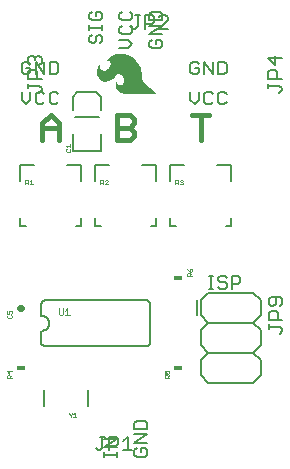
<source format=gbr>
G04 EAGLE Gerber RS-274X export*
G75*
%MOMM*%
%FSLAX34Y34*%
%LPD*%
%INSilkscreen Top*%
%IPPOS*%
%AMOC8*
5,1,8,0,0,1.08239X$1,22.5*%
G01*
%ADD10C,0.381000*%
%ADD11C,0.203200*%
%ADD12R,0.762000X0.457200*%
%ADD13C,0.025400*%
%ADD14C,0.127000*%
%ADD15C,0.050800*%
%ADD16C,0.558800*%

G36*
X140812Y333697D02*
X140812Y333697D01*
X140814Y333697D01*
X140814Y333698D01*
X140815Y333699D01*
X140813Y333702D01*
X140812Y333704D01*
X140613Y333804D01*
X140214Y334204D01*
X140213Y334204D01*
X139513Y334804D01*
X138613Y335504D01*
X137613Y336404D01*
X136413Y337404D01*
X135213Y338504D01*
X133913Y339704D01*
X132513Y341004D01*
X131213Y342104D01*
X130114Y343203D01*
X129214Y344203D01*
X128514Y345203D01*
X128015Y346302D01*
X127715Y347401D01*
X127715Y351300D01*
X127715Y351301D01*
X127415Y353701D01*
X126815Y355901D01*
X126814Y355902D01*
X126815Y355902D01*
X125915Y357902D01*
X125914Y357902D01*
X125914Y357903D01*
X124714Y359803D01*
X123414Y361503D01*
X123413Y361503D01*
X123413Y361504D01*
X121813Y363004D01*
X120013Y364404D01*
X120012Y364404D01*
X116312Y366304D01*
X116311Y366305D01*
X112711Y367305D01*
X112711Y367304D01*
X112710Y367305D01*
X112647Y367309D01*
X112646Y367309D01*
X112560Y367314D01*
X112559Y367314D01*
X112473Y367319D01*
X112472Y367319D01*
X112386Y367324D01*
X112385Y367324D01*
X112299Y367328D01*
X112299Y367329D01*
X112212Y367333D01*
X112125Y367338D01*
X112038Y367343D01*
X111951Y367348D01*
X111864Y367353D01*
X111777Y367358D01*
X111690Y367363D01*
X111603Y367368D01*
X111516Y367373D01*
X111429Y367378D01*
X111342Y367383D01*
X111255Y367388D01*
X111168Y367393D01*
X111081Y367398D01*
X110994Y367403D01*
X110908Y367408D01*
X110907Y367408D01*
X110821Y367413D01*
X110820Y367413D01*
X110734Y367418D01*
X110733Y367418D01*
X110647Y367423D01*
X110646Y367423D01*
X110560Y367428D01*
X110559Y367428D01*
X110473Y367433D01*
X110472Y367433D01*
X110386Y367438D01*
X110299Y367443D01*
X110212Y367448D01*
X110125Y367453D01*
X110038Y367458D01*
X109951Y367463D01*
X109864Y367468D01*
X109777Y367473D01*
X109690Y367478D01*
X109603Y367483D01*
X109516Y367487D01*
X109516Y367488D01*
X109429Y367492D01*
X109342Y367497D01*
X109255Y367502D01*
X109210Y367505D01*
X109209Y367505D01*
X105909Y367005D01*
X105909Y367004D01*
X105908Y367005D01*
X103108Y366005D01*
X103108Y366004D01*
X100708Y364704D01*
X100707Y364703D01*
X100706Y364704D01*
X99006Y363004D01*
X99006Y363003D01*
X98006Y361403D01*
X98006Y361402D01*
X98006Y361401D01*
X98005Y361401D01*
X98006Y361399D01*
X98007Y361396D01*
X98009Y361396D01*
X98010Y361395D01*
X98610Y361395D01*
X98611Y361395D01*
X99110Y361495D01*
X99709Y361395D01*
X100308Y361295D01*
X100807Y360996D01*
X101306Y360497D01*
X101605Y359799D01*
X101605Y359101D01*
X101405Y358401D01*
X101205Y357702D01*
X100806Y356903D01*
X100306Y356203D01*
X99806Y355503D01*
X99206Y354804D01*
X98707Y354304D01*
X97907Y353804D01*
X97308Y353405D01*
X96609Y353205D01*
X96010Y353105D01*
X95411Y353205D01*
X94912Y353405D01*
X94313Y353704D01*
X93813Y354104D01*
X93114Y354903D01*
X92715Y355702D01*
X92515Y356501D01*
X92415Y357400D01*
X92415Y358699D01*
X92515Y359099D01*
X92515Y359100D01*
X92515Y359200D01*
X92514Y359202D01*
X92513Y359204D01*
X92512Y359204D01*
X92511Y359205D01*
X92510Y359204D01*
X92510Y359205D01*
X92508Y359203D01*
X92506Y359203D01*
X92306Y358903D01*
X91806Y358203D01*
X91106Y357003D01*
X91106Y357002D01*
X91105Y357002D01*
X90505Y355502D01*
X90506Y355502D01*
X90505Y355501D01*
X90005Y353701D01*
X90006Y353701D01*
X90005Y353700D01*
X89905Y351700D01*
X89906Y351700D01*
X89905Y351699D01*
X90405Y349499D01*
X90406Y349498D01*
X91606Y347198D01*
X91606Y347197D01*
X93006Y345497D01*
X93007Y345497D01*
X93007Y345496D01*
X94607Y344396D01*
X94608Y344396D01*
X94608Y344395D01*
X96308Y343795D01*
X96309Y343796D01*
X96310Y343795D01*
X98010Y343795D01*
X98011Y343796D01*
X98011Y343795D01*
X99711Y344295D01*
X99712Y344296D01*
X101512Y345196D01*
X101513Y345196D01*
X103213Y346496D01*
X103213Y346497D01*
X103214Y346496D01*
X104914Y348196D01*
X106413Y349496D01*
X107911Y350195D01*
X109309Y350195D01*
X110607Y349796D01*
X111606Y348897D01*
X112405Y347698D01*
X112805Y346299D01*
X112805Y344701D01*
X112505Y343601D01*
X112206Y342703D01*
X111606Y342004D01*
X111007Y341404D01*
X110408Y341105D01*
X109709Y340905D01*
X109011Y340905D01*
X108412Y341104D01*
X108013Y341404D01*
X107614Y341803D01*
X107214Y342303D01*
X106914Y342703D01*
X106715Y343202D01*
X106714Y343202D01*
X106414Y343802D01*
X106413Y343803D01*
X106414Y343804D01*
X106314Y343904D01*
X106312Y343904D01*
X106311Y343905D01*
X106309Y343904D01*
X106307Y343904D01*
X106307Y343902D01*
X106305Y343900D01*
X106305Y343801D01*
X106205Y343502D01*
X106005Y343002D01*
X106006Y343001D01*
X106005Y343001D01*
X105905Y342301D01*
X105905Y342300D01*
X105905Y340500D01*
X105905Y340499D01*
X106105Y339499D01*
X106405Y338399D01*
X106406Y338398D01*
X106405Y338398D01*
X106805Y337398D01*
X106806Y337398D01*
X106806Y337397D01*
X107406Y336497D01*
X107407Y336497D01*
X107406Y336496D01*
X108206Y335696D01*
X108207Y335696D01*
X109107Y334996D01*
X109108Y334996D01*
X110208Y334396D01*
X110209Y334395D01*
X111609Y333995D01*
X113209Y333795D01*
X113210Y333795D01*
X115110Y333695D01*
X140810Y333695D01*
X140812Y333697D01*
G37*
D10*
X43551Y294165D02*
X43551Y308571D01*
X50754Y315773D01*
X57957Y308571D01*
X57957Y294165D01*
X57957Y304969D02*
X43551Y304969D01*
X107051Y294165D02*
X107051Y315773D01*
X117855Y315773D01*
X121457Y312172D01*
X121457Y308571D01*
X117855Y304969D01*
X121457Y301368D01*
X121457Y297766D01*
X117855Y294165D01*
X107051Y294165D01*
X107051Y304969D02*
X117855Y304969D01*
X177754Y294165D02*
X177754Y315773D01*
X170551Y315773D02*
X184957Y315773D01*
D11*
X26416Y328425D02*
X26416Y335543D01*
X26416Y328425D02*
X29975Y324866D01*
X33534Y328425D01*
X33534Y335543D01*
X43449Y335543D02*
X45228Y333764D01*
X43449Y335543D02*
X39889Y335543D01*
X38110Y333764D01*
X38110Y326646D01*
X39889Y324866D01*
X43449Y324866D01*
X45228Y326646D01*
X55143Y335543D02*
X56922Y333764D01*
X55143Y335543D02*
X51583Y335543D01*
X49804Y333764D01*
X49804Y326646D01*
X51583Y324866D01*
X55143Y324866D01*
X56922Y326646D01*
X108957Y372334D02*
X116075Y372334D01*
X119634Y375893D01*
X116075Y379452D01*
X108957Y379452D01*
X108957Y389367D02*
X110736Y391146D01*
X108957Y389367D02*
X108957Y385808D01*
X110736Y384028D01*
X117855Y384028D01*
X119634Y385808D01*
X119634Y389367D01*
X117855Y391146D01*
X108957Y401061D02*
X110736Y402840D01*
X108957Y401061D02*
X108957Y397501D01*
X110736Y395722D01*
X117855Y395722D01*
X119634Y397501D01*
X119634Y401061D01*
X117855Y402840D01*
X33534Y359164D02*
X31755Y360943D01*
X28196Y360943D01*
X26416Y359164D01*
X26416Y352046D01*
X28196Y350266D01*
X31755Y350266D01*
X33534Y352046D01*
X33534Y355605D01*
X29975Y355605D01*
X38110Y360943D02*
X38110Y350266D01*
X45228Y350266D02*
X38110Y360943D01*
X45228Y360943D02*
X45228Y350266D01*
X49804Y350266D02*
X49804Y360943D01*
X49804Y350266D02*
X55143Y350266D01*
X56922Y352046D01*
X56922Y359164D01*
X55143Y360943D01*
X49804Y360943D01*
X134357Y377673D02*
X136136Y379452D01*
X134357Y377673D02*
X134357Y374114D01*
X136136Y372334D01*
X143255Y372334D01*
X145034Y374114D01*
X145034Y377673D01*
X143255Y379452D01*
X139695Y379452D01*
X139695Y375893D01*
X134357Y384028D02*
X145034Y384028D01*
X145034Y391146D02*
X134357Y384028D01*
X134357Y391146D02*
X145034Y391146D01*
X145034Y395722D02*
X134357Y395722D01*
X145034Y395722D02*
X145034Y401061D01*
X143255Y402840D01*
X136136Y402840D01*
X134357Y401061D01*
X134357Y395722D01*
X85336Y383350D02*
X83557Y381571D01*
X83557Y378012D01*
X85336Y376232D01*
X87116Y376232D01*
X88895Y378012D01*
X88895Y381571D01*
X90675Y383350D01*
X92455Y383350D01*
X94234Y381571D01*
X94234Y378012D01*
X92455Y376232D01*
X94234Y387926D02*
X94234Y391485D01*
X94234Y389706D02*
X83557Y389706D01*
X83557Y391485D02*
X83557Y387926D01*
X83557Y401061D02*
X85336Y402840D01*
X83557Y401061D02*
X83557Y397501D01*
X85336Y395722D01*
X92455Y395722D01*
X94234Y397501D01*
X94234Y401061D01*
X92455Y402840D01*
X88895Y402840D01*
X88895Y399281D01*
X106934Y29975D02*
X106934Y26416D01*
X106934Y28196D02*
X96257Y28196D01*
X96257Y29975D02*
X96257Y26416D01*
X96257Y34212D02*
X106934Y34212D01*
X106934Y41330D02*
X96257Y34212D01*
X96257Y41330D02*
X106934Y41330D01*
X184814Y168656D02*
X188373Y168656D01*
X186594Y168656D02*
X186594Y179333D01*
X188373Y179333D02*
X184814Y179333D01*
X197949Y179333D02*
X199728Y177554D01*
X197949Y179333D02*
X194390Y179333D01*
X192610Y177554D01*
X192610Y175774D01*
X194390Y173995D01*
X197949Y173995D01*
X199728Y172215D01*
X199728Y170436D01*
X197949Y168656D01*
X194390Y168656D01*
X192610Y170436D01*
X204304Y168656D02*
X204304Y179333D01*
X209643Y179333D01*
X211422Y177554D01*
X211422Y173995D01*
X209643Y172215D01*
X204304Y172215D01*
X123436Y33534D02*
X121657Y31755D01*
X121657Y28196D01*
X123436Y26416D01*
X130555Y26416D01*
X132334Y28196D01*
X132334Y31755D01*
X130555Y33534D01*
X126995Y33534D01*
X126995Y29975D01*
X121657Y38110D02*
X132334Y38110D01*
X132334Y45228D02*
X121657Y38110D01*
X121657Y45228D02*
X132334Y45228D01*
X132334Y49804D02*
X121657Y49804D01*
X132334Y49804D02*
X132334Y55143D01*
X130555Y56922D01*
X123436Y56922D01*
X121657Y55143D01*
X121657Y49804D01*
X176252Y359164D02*
X174473Y360943D01*
X170914Y360943D01*
X169134Y359164D01*
X169134Y352046D01*
X170914Y350266D01*
X174473Y350266D01*
X176252Y352046D01*
X176252Y355605D01*
X172693Y355605D01*
X180828Y360943D02*
X180828Y350266D01*
X187946Y350266D02*
X180828Y360943D01*
X187946Y360943D02*
X187946Y350266D01*
X192522Y350266D02*
X192522Y360943D01*
X192522Y350266D02*
X197861Y350266D01*
X199640Y352046D01*
X199640Y359164D01*
X197861Y360943D01*
X192522Y360943D01*
X169134Y335543D02*
X169134Y328425D01*
X172693Y324866D01*
X176252Y328425D01*
X176252Y335543D01*
X186167Y335543D02*
X187946Y333764D01*
X186167Y335543D02*
X182608Y335543D01*
X180828Y333764D01*
X180828Y326646D01*
X182608Y324866D01*
X186167Y324866D01*
X187946Y326646D01*
X197861Y335543D02*
X199640Y333764D01*
X197861Y335543D02*
X194301Y335543D01*
X192522Y333764D01*
X192522Y326646D01*
X194301Y324866D01*
X197861Y324866D01*
X199640Y326646D01*
D12*
X25400Y101600D03*
D13*
X17653Y92837D02*
X13840Y92837D01*
X13840Y94744D01*
X14475Y95379D01*
X15746Y95379D01*
X16382Y94744D01*
X16382Y92837D01*
X16382Y94108D02*
X17653Y95379D01*
X17653Y98486D02*
X13840Y98486D01*
X15746Y96579D01*
X15746Y99121D01*
D11*
X177800Y158750D02*
X184150Y165100D01*
X177800Y146050D02*
X184150Y139700D01*
X177800Y133350D01*
X177800Y120650D02*
X184150Y114300D01*
X177800Y107950D01*
X177800Y95250D02*
X184150Y88900D01*
X184150Y165100D02*
X222250Y165100D01*
X228600Y158750D01*
X228600Y146050D01*
X222250Y139700D01*
X228600Y133350D01*
X228600Y120650D01*
X222250Y114300D01*
X228600Y107950D01*
X228600Y95250D01*
X222250Y88900D01*
X222250Y139700D02*
X184150Y139700D01*
X184150Y114300D02*
X222250Y114300D01*
X222250Y88900D02*
X184150Y88900D01*
X177800Y95250D02*
X177800Y107950D01*
X177800Y120650D02*
X177800Y133350D01*
X177800Y146050D02*
X177800Y158750D01*
X174450Y158750D02*
X174450Y146050D01*
D14*
X245108Y130653D02*
X247015Y132560D01*
X247015Y134466D01*
X245108Y136373D01*
X235575Y136373D01*
X235575Y134466D02*
X235575Y138280D01*
X235575Y142347D02*
X247015Y142347D01*
X235575Y142347D02*
X235575Y148067D01*
X237482Y149974D01*
X241295Y149974D01*
X243202Y148067D01*
X243202Y142347D01*
X245108Y154041D02*
X247015Y155948D01*
X247015Y159761D01*
X245108Y161667D01*
X237482Y161667D01*
X235575Y159761D01*
X235575Y155948D01*
X237482Y154041D01*
X239389Y154041D01*
X241295Y155948D01*
X241295Y161667D01*
D11*
X131318Y159163D02*
X46482Y159163D01*
X132318Y120237D02*
X132431Y120256D01*
X132543Y120278D01*
X132654Y120305D01*
X132764Y120335D01*
X132873Y120370D01*
X132981Y120408D01*
X133088Y120449D01*
X133193Y120494D01*
X133296Y120543D01*
X133398Y120595D01*
X133498Y120651D01*
X133596Y120710D01*
X133691Y120772D01*
X133785Y120838D01*
X133876Y120907D01*
X133965Y120978D01*
X134052Y121053D01*
X134136Y121131D01*
X134217Y121211D01*
X134295Y121295D01*
X134371Y121381D01*
X134443Y121469D01*
X134512Y121560D01*
X134579Y121653D01*
X134642Y121748D01*
X134702Y121846D01*
X134758Y121945D01*
X134811Y122046D01*
X134860Y122150D01*
X134906Y122254D01*
X134949Y122360D01*
X134987Y122468D01*
X135022Y122577D01*
X135054Y122687D01*
X135081Y122798D01*
X135105Y122910D01*
X135125Y123022D01*
X135141Y123135D01*
X135153Y123249D01*
X135161Y123363D01*
X135165Y123477D01*
X135166Y123592D01*
X135162Y123706D01*
X135155Y123820D01*
X135144Y123934D01*
X135128Y124047D01*
X46482Y159163D02*
X46352Y159146D01*
X46223Y159125D01*
X46094Y159100D01*
X45966Y159072D01*
X45839Y159039D01*
X45713Y159003D01*
X45588Y158962D01*
X45465Y158918D01*
X45343Y158871D01*
X45222Y158819D01*
X45103Y158765D01*
X44986Y158706D01*
X44871Y158644D01*
X44757Y158579D01*
X44645Y158510D01*
X44536Y158437D01*
X44429Y158362D01*
X44324Y158283D01*
X44222Y158201D01*
X44122Y158116D01*
X44025Y158029D01*
X43930Y157938D01*
X43838Y157844D01*
X43749Y157748D01*
X43663Y157649D01*
X43581Y157548D01*
X43501Y157444D01*
X43424Y157337D01*
X43351Y157229D01*
X43281Y157118D01*
X43214Y157005D01*
X43151Y156890D01*
X43091Y156774D01*
X43035Y156655D01*
X42982Y156535D01*
X42933Y156414D01*
X42888Y156291D01*
X42846Y156166D01*
X42808Y156041D01*
X42775Y155914D01*
X42744Y155787D01*
X42718Y155658D01*
X42696Y155529D01*
X42677Y155399D01*
X42663Y155269D01*
X42652Y155138D01*
X42646Y155007D01*
X42643Y154876D01*
X42644Y154745D01*
X42650Y154614D01*
X42659Y154484D01*
X42672Y154353D01*
X131318Y159163D02*
X131440Y159161D01*
X131562Y159155D01*
X131684Y159145D01*
X131805Y159132D01*
X131926Y159114D01*
X132046Y159093D01*
X132166Y159068D01*
X132285Y159039D01*
X132402Y159006D01*
X132519Y158969D01*
X132634Y158929D01*
X132748Y158885D01*
X132860Y158837D01*
X132971Y158786D01*
X133080Y158731D01*
X133188Y158673D01*
X133293Y158611D01*
X133397Y158546D01*
X133498Y158478D01*
X133597Y158407D01*
X133694Y158332D01*
X133788Y158254D01*
X133880Y158174D01*
X133969Y158090D01*
X134055Y158004D01*
X134139Y157915D01*
X134219Y157823D01*
X134297Y157729D01*
X134372Y157632D01*
X134443Y157533D01*
X134511Y157432D01*
X134576Y157328D01*
X134638Y157223D01*
X134696Y157115D01*
X134751Y157006D01*
X134802Y156895D01*
X134850Y156783D01*
X134894Y156669D01*
X134934Y156554D01*
X134971Y156437D01*
X135004Y156320D01*
X135033Y156201D01*
X135058Y156081D01*
X135079Y155961D01*
X135097Y155840D01*
X135110Y155719D01*
X135120Y155597D01*
X135126Y155475D01*
X135128Y155353D01*
X46483Y120237D02*
X46369Y120222D01*
X46255Y120210D01*
X46141Y120203D01*
X46027Y120199D01*
X45913Y120200D01*
X45798Y120204D01*
X45684Y120212D01*
X45571Y120224D01*
X45458Y120240D01*
X45345Y120260D01*
X45233Y120284D01*
X45122Y120311D01*
X45012Y120342D01*
X44903Y120377D01*
X44796Y120416D01*
X44689Y120458D01*
X44585Y120504D01*
X44482Y120554D01*
X44380Y120607D01*
X44281Y120663D01*
X44183Y120723D01*
X44088Y120786D01*
X43995Y120852D01*
X43904Y120922D01*
X43816Y120994D01*
X43730Y121070D01*
X43647Y121148D01*
X43566Y121229D01*
X43488Y121313D01*
X43414Y121399D01*
X43342Y121488D01*
X43273Y121580D01*
X43207Y121673D01*
X43145Y121769D01*
X43086Y121867D01*
X43030Y121967D01*
X42978Y122069D01*
X42930Y122172D01*
X42884Y122277D01*
X42843Y122384D01*
X42805Y122492D01*
X42771Y122601D01*
X42741Y122711D01*
X42714Y122822D01*
X42691Y122934D01*
X42672Y123047D01*
X46482Y120237D02*
X132318Y120237D01*
X135128Y124047D02*
X135128Y155353D01*
X43180Y145796D02*
X43338Y145794D01*
X43497Y145788D01*
X43655Y145778D01*
X43812Y145764D01*
X43970Y145747D01*
X44126Y145725D01*
X44283Y145700D01*
X44438Y145670D01*
X44593Y145637D01*
X44747Y145600D01*
X44900Y145559D01*
X45052Y145514D01*
X45202Y145465D01*
X45352Y145413D01*
X45500Y145357D01*
X45647Y145297D01*
X45792Y145234D01*
X45935Y145167D01*
X46077Y145097D01*
X46217Y145023D01*
X46355Y144945D01*
X46491Y144864D01*
X46625Y144780D01*
X46757Y144693D01*
X46887Y144602D01*
X47014Y144508D01*
X47139Y144411D01*
X47262Y144310D01*
X47382Y144207D01*
X47499Y144101D01*
X47614Y143992D01*
X47726Y143880D01*
X47835Y143765D01*
X47941Y143648D01*
X48044Y143528D01*
X48145Y143405D01*
X48242Y143280D01*
X48336Y143153D01*
X48427Y143023D01*
X48514Y142891D01*
X48598Y142757D01*
X48679Y142621D01*
X48757Y142483D01*
X48831Y142343D01*
X48901Y142201D01*
X48968Y142058D01*
X49031Y141913D01*
X49091Y141766D01*
X49147Y141618D01*
X49199Y141468D01*
X49248Y141318D01*
X49293Y141166D01*
X49334Y141013D01*
X49371Y140859D01*
X49404Y140704D01*
X49434Y140549D01*
X49459Y140392D01*
X49481Y140236D01*
X49498Y140078D01*
X49512Y139921D01*
X49522Y139763D01*
X49528Y139604D01*
X49530Y139446D01*
X49528Y139288D01*
X49522Y139129D01*
X49512Y138971D01*
X49498Y138814D01*
X49481Y138656D01*
X49459Y138500D01*
X49434Y138343D01*
X49404Y138188D01*
X49371Y138033D01*
X49334Y137879D01*
X49293Y137726D01*
X49248Y137574D01*
X49199Y137424D01*
X49147Y137274D01*
X49091Y137126D01*
X49031Y136979D01*
X48968Y136834D01*
X48901Y136691D01*
X48831Y136549D01*
X48757Y136409D01*
X48679Y136271D01*
X48598Y136135D01*
X48514Y136001D01*
X48427Y135869D01*
X48336Y135739D01*
X48242Y135612D01*
X48145Y135487D01*
X48044Y135364D01*
X47941Y135244D01*
X47835Y135127D01*
X47726Y135012D01*
X47614Y134900D01*
X47499Y134791D01*
X47382Y134685D01*
X47262Y134582D01*
X47139Y134481D01*
X47014Y134384D01*
X46887Y134290D01*
X46757Y134199D01*
X46625Y134112D01*
X46491Y134028D01*
X46355Y133947D01*
X46217Y133869D01*
X46077Y133795D01*
X45935Y133725D01*
X45792Y133658D01*
X45647Y133595D01*
X45500Y133535D01*
X45352Y133479D01*
X45202Y133427D01*
X45052Y133378D01*
X44900Y133333D01*
X44747Y133292D01*
X44593Y133255D01*
X44438Y133222D01*
X44283Y133192D01*
X44126Y133167D01*
X43970Y133145D01*
X43812Y133128D01*
X43655Y133114D01*
X43497Y133104D01*
X43338Y133098D01*
X43180Y133096D01*
X42672Y145796D02*
X42672Y154226D01*
X42672Y133096D02*
X42672Y123047D01*
D15*
X57404Y147236D02*
X57404Y151897D01*
X57404Y147236D02*
X58336Y146304D01*
X60200Y146304D01*
X61133Y147236D01*
X61133Y151897D01*
X63017Y150033D02*
X64881Y151897D01*
X64881Y146304D01*
X63017Y146304D02*
X66746Y146304D01*
D14*
X36800Y273600D02*
X24800Y273600D01*
X24800Y259600D01*
X64892Y273600D02*
X76800Y273600D01*
X76800Y259600D01*
X29860Y221600D02*
X24800Y221600D01*
X24800Y228600D01*
X71800Y221600D02*
X76800Y221600D01*
X76800Y228600D01*
D13*
X29337Y256827D02*
X29337Y260640D01*
X31244Y260640D01*
X31879Y260005D01*
X31879Y258734D01*
X31244Y258098D01*
X29337Y258098D01*
X30608Y258098D02*
X31879Y256827D01*
X33079Y259369D02*
X34350Y260640D01*
X34350Y256827D01*
X33079Y256827D02*
X35621Y256827D01*
D14*
X88300Y273600D02*
X100300Y273600D01*
X88300Y273600D02*
X88300Y259600D01*
X128392Y273600D02*
X140300Y273600D01*
X140300Y259600D01*
X93360Y221600D02*
X88300Y221600D01*
X88300Y228600D01*
X135300Y221600D02*
X140300Y221600D01*
X140300Y228600D01*
D13*
X92837Y256827D02*
X92837Y260640D01*
X94744Y260640D01*
X95379Y260005D01*
X95379Y258734D01*
X94744Y258098D01*
X92837Y258098D01*
X94108Y258098D02*
X95379Y256827D01*
X96579Y256827D02*
X99121Y256827D01*
X96579Y256827D02*
X99121Y259369D01*
X99121Y260005D01*
X98486Y260640D01*
X97215Y260640D01*
X96579Y260005D01*
D14*
X151800Y273600D02*
X163800Y273600D01*
X151800Y273600D02*
X151800Y259600D01*
X191892Y273600D02*
X203800Y273600D01*
X203800Y259600D01*
X156860Y221600D02*
X151800Y221600D01*
X151800Y228600D01*
X198800Y221600D02*
X203800Y221600D01*
X203800Y228600D01*
D13*
X156337Y256827D02*
X156337Y260640D01*
X158244Y260640D01*
X158879Y260005D01*
X158879Y258734D01*
X158244Y258098D01*
X156337Y258098D01*
X157608Y258098D02*
X158879Y256827D01*
X160079Y260005D02*
X160715Y260640D01*
X161986Y260640D01*
X162621Y260005D01*
X162621Y259369D01*
X161986Y258734D01*
X161350Y258734D01*
X161986Y258734D02*
X162621Y258098D01*
X162621Y257463D01*
X161986Y256827D01*
X160715Y256827D01*
X160079Y257463D01*
D14*
X88773Y33530D02*
X90680Y31623D01*
X92586Y31623D01*
X94493Y33530D01*
X94493Y43063D01*
X92586Y43063D02*
X96400Y43063D01*
X100467Y43063D02*
X100467Y31623D01*
X100467Y43063D02*
X106187Y43063D01*
X108093Y41156D01*
X108093Y37343D01*
X106187Y35436D01*
X100467Y35436D01*
X112161Y39250D02*
X115974Y43063D01*
X115974Y31623D01*
X112161Y31623D02*
X119787Y31623D01*
X120622Y388747D02*
X118715Y390654D01*
X120622Y388747D02*
X122528Y388747D01*
X124435Y390654D01*
X124435Y400187D01*
X122528Y400187D02*
X126342Y400187D01*
X130409Y400187D02*
X130409Y388747D01*
X130409Y400187D02*
X136129Y400187D01*
X138036Y398280D01*
X138036Y394467D01*
X136129Y392560D01*
X130409Y392560D01*
X142103Y388747D02*
X149729Y388747D01*
X142103Y388747D02*
X149729Y396374D01*
X149729Y398280D01*
X147823Y400187D01*
X144010Y400187D01*
X142103Y398280D01*
X43053Y336522D02*
X41146Y334615D01*
X43053Y336522D02*
X43053Y338428D01*
X41146Y340335D01*
X31613Y340335D01*
X31613Y338428D02*
X31613Y342242D01*
X31613Y346309D02*
X43053Y346309D01*
X31613Y346309D02*
X31613Y352029D01*
X33520Y353936D01*
X37333Y353936D01*
X39240Y352029D01*
X39240Y346309D01*
X33520Y358003D02*
X31613Y359910D01*
X31613Y363723D01*
X33520Y365629D01*
X35427Y365629D01*
X37333Y363723D01*
X37333Y361816D01*
X37333Y363723D02*
X39240Y365629D01*
X41146Y365629D01*
X43053Y363723D01*
X43053Y359910D01*
X41146Y358003D01*
D12*
X158750Y101600D03*
D13*
X151003Y92837D02*
X147190Y92837D01*
X147190Y94744D01*
X147825Y95379D01*
X149096Y95379D01*
X149732Y94744D01*
X149732Y92837D01*
X149732Y94108D02*
X151003Y95379D01*
X147190Y96579D02*
X147190Y99121D01*
X147190Y96579D02*
X149096Y96579D01*
X148461Y97850D01*
X148461Y98486D01*
X149096Y99121D01*
X150367Y99121D01*
X151003Y98486D01*
X151003Y97215D01*
X150367Y96579D01*
D12*
X158750Y177800D03*
D13*
X166494Y179333D02*
X170307Y179333D01*
X166494Y179333D02*
X166494Y181239D01*
X167129Y181875D01*
X168400Y181875D01*
X169036Y181239D01*
X169036Y179333D01*
X169036Y180604D02*
X170307Y181875D01*
X167129Y184346D02*
X166494Y185617D01*
X167129Y184346D02*
X168400Y183075D01*
X169671Y183075D01*
X170307Y183710D01*
X170307Y184982D01*
X169671Y185617D01*
X169036Y185617D01*
X168400Y184982D01*
X168400Y183075D01*
D16*
X25705Y152400D02*
X25095Y152400D01*
D13*
X14475Y146179D02*
X13840Y145544D01*
X13840Y144273D01*
X14475Y143637D01*
X17017Y143637D01*
X17653Y144273D01*
X17653Y145544D01*
X17017Y146179D01*
X13840Y147379D02*
X13840Y149921D01*
X13840Y147379D02*
X15746Y147379D01*
X15111Y148650D01*
X15111Y149286D01*
X15746Y149921D01*
X17017Y149921D01*
X17653Y149286D01*
X17653Y148015D01*
X17017Y147379D01*
D11*
X93280Y284880D02*
X93280Y299880D01*
X93280Y284880D02*
X69280Y284880D01*
X69280Y299880D01*
X93280Y319880D02*
X93280Y330880D01*
X89280Y334880D01*
X73280Y334880D01*
X69280Y330880D01*
X69280Y319880D01*
D14*
X71120Y313690D02*
X91440Y313690D01*
D13*
X64165Y287149D02*
X63530Y286514D01*
X63530Y285243D01*
X64165Y284607D01*
X66707Y284607D01*
X67343Y285243D01*
X67343Y286514D01*
X66707Y287149D01*
X64801Y288349D02*
X63530Y289620D01*
X67343Y289620D01*
X67343Y288349D02*
X67343Y290891D01*
D11*
X44789Y82598D02*
X44789Y69598D01*
X82287Y69598D02*
X82287Y82598D01*
D13*
X66303Y63376D02*
X66303Y62741D01*
X67574Y61470D01*
X68845Y62741D01*
X68845Y63376D01*
X67574Y61470D02*
X67574Y59563D01*
X70045Y62105D02*
X71316Y63376D01*
X71316Y59563D01*
X70045Y59563D02*
X72587Y59563D01*
D14*
X244346Y334615D02*
X246253Y336522D01*
X246253Y338428D01*
X244346Y340335D01*
X234813Y340335D01*
X234813Y338428D02*
X234813Y342242D01*
X234813Y346309D02*
X246253Y346309D01*
X234813Y346309D02*
X234813Y352029D01*
X236720Y353936D01*
X240533Y353936D01*
X242440Y352029D01*
X242440Y346309D01*
X246253Y363723D02*
X234813Y363723D01*
X240533Y358003D01*
X240533Y365629D01*
M02*

</source>
